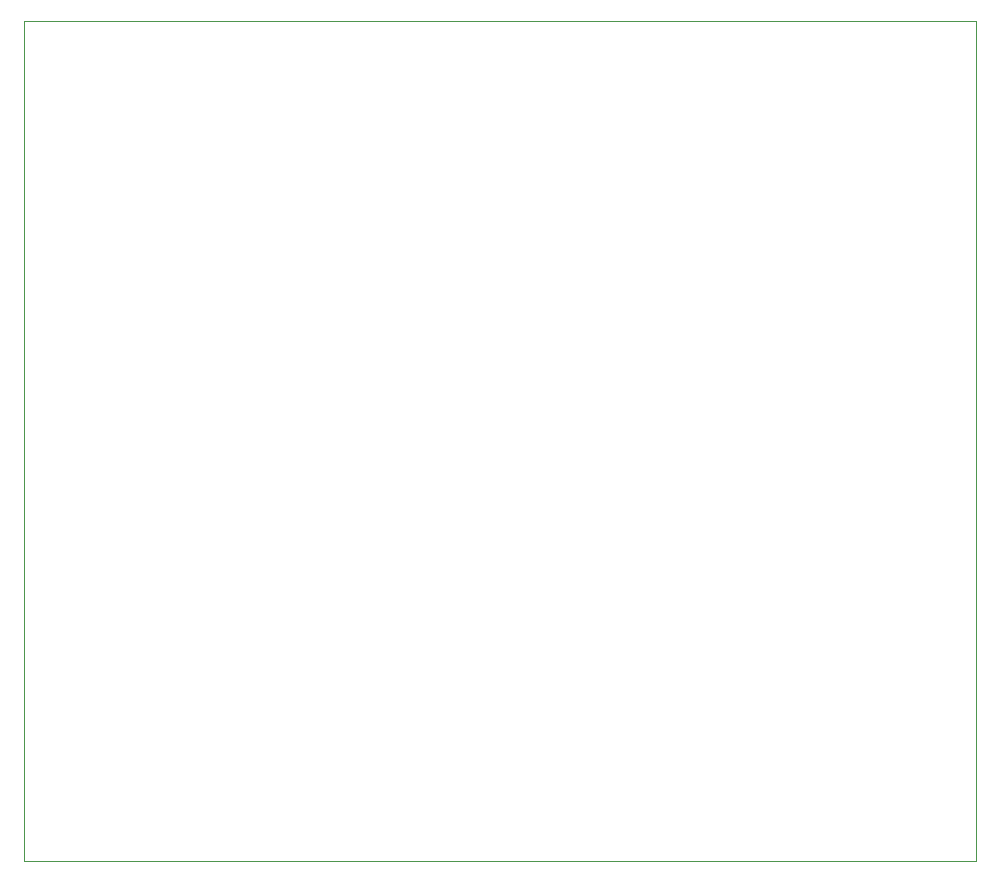
<source format=gbr>
%TF.GenerationSoftware,KiCad,Pcbnew,8.0.1*%
%TF.CreationDate,2024-04-25T09:29:02+05:30*%
%TF.ProjectId,Brushed Speed Controller,42727573-6865-4642-9053-706565642043,rev?*%
%TF.SameCoordinates,Original*%
%TF.FileFunction,Profile,NP*%
%FSLAX46Y46*%
G04 Gerber Fmt 4.6, Leading zero omitted, Abs format (unit mm)*
G04 Created by KiCad (PCBNEW 8.0.1) date 2024-04-25 09:29:02*
%MOMM*%
%LPD*%
G01*
G04 APERTURE LIST*
%TA.AperFunction,Profile*%
%ADD10C,0.050000*%
%TD*%
G04 APERTURE END LIST*
D10*
X109296200Y-57962800D02*
X189865000Y-57962800D01*
X189865000Y-129057400D01*
X109296200Y-129057400D01*
X109296200Y-57962800D01*
M02*

</source>
